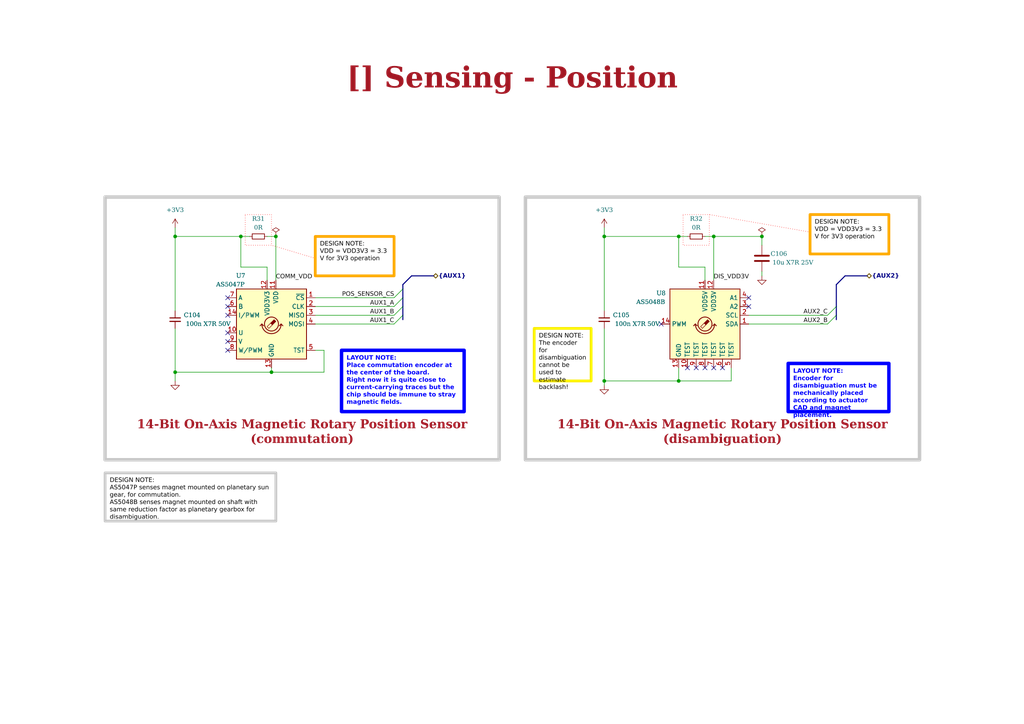
<source format=kicad_sch>
(kicad_sch
	(version 20231120)
	(generator "eeschema")
	(generator_version "8.0")
	(uuid "ea8c4f5e-7a49-4faf-a994-dbc85ed86b0a")
	(paper "A4")
	(title_block
		(title "Sensing - Position")
		(date "2023-10-14")
		(rev "${REVISION}")
		(company "${COMPANY}")
	)
	(lib_symbols
		(symbol "0_sensor:AS5047P"
			(exclude_from_sim no)
			(in_bom yes)
			(on_board yes)
			(property "Reference" "U"
				(at -8.89 11.43 0)
				(effects
					(font
						(size 1.27 1.27)
					)
				)
			)
			(property "Value" "AS5047P"
				(at 5.08 11.43 0)
				(effects
					(font
						(size 1.27 1.27)
					)
				)
			)
			(property "Footprint" "Package_SO:TSSOP-14_4.4x5mm_P0.65mm"
				(at 0 -15.24 0)
				(effects
					(font
						(size 1.27 1.27)
					)
					(hide yes)
				)
			)
			(property "Datasheet" "https://ams.com/documents/20143/36005/AS5047P_DS000324_3-00.pdf"
				(at -19.05 -13.97 0)
				(effects
					(font
						(size 1.27 1.27)
					)
					(hide yes)
				)
			)
			(property "Description" "On-Axis Magnetic Position Sensor, 14-bit, PWM Output, ABI Output, UVW Output, SPI Interface, TSSOP-14"
				(at 0 0 0)
				(effects
					(font
						(size 1.27 1.27)
					)
					(hide yes)
				)
			)
			(property "ki_keywords" "Magnetic Hall Sensor"
				(at 0 0 0)
				(effects
					(font
						(size 1.27 1.27)
					)
					(hide yes)
				)
			)
			(property "ki_fp_filters" "TSSOP*4.4x5mm*P0.65mm*"
				(at 0 0 0)
				(effects
					(font
						(size 1.27 1.27)
					)
					(hide yes)
				)
			)
			(symbol "AS5047P_1_1"
				(rectangle
					(start -10.16 10.16)
					(end 10.16 -10.16)
					(stroke
						(width 0.254)
						(type default)
					)
					(fill
						(type background)
					)
				)
				(arc
					(start -2.794 0)
					(mid 0 -2.7819)
					(end 2.794 0)
					(stroke
						(width 0.254)
						(type default)
					)
					(fill
						(type none)
					)
				)
				(polyline
					(pts
						(xy -2.794 0) (xy -3.302 -0.508)
					)
					(stroke
						(width 0.254)
						(type default)
					)
					(fill
						(type none)
					)
				)
				(polyline
					(pts
						(xy -2.794 0) (xy -2.286 -0.508)
					)
					(stroke
						(width 0.254)
						(type default)
					)
					(fill
						(type none)
					)
				)
				(polyline
					(pts
						(xy 2.794 0) (xy 2.286 -0.508)
					)
					(stroke
						(width 0.254)
						(type default)
					)
					(fill
						(type none)
					)
				)
				(polyline
					(pts
						(xy 2.794 0) (xy 3.302 -0.508)
					)
					(stroke
						(width 0.254)
						(type default)
					)
					(fill
						(type none)
					)
				)
				(polyline
					(pts
						(xy 0.254 0.254) (xy 1.27 -0.762) (xy 0.762 -1.27) (xy -0.254 -0.254)
					)
					(stroke
						(width 0)
						(type default)
					)
					(fill
						(type none)
					)
				)
				(polyline
					(pts
						(xy -0.762 1.27) (xy 0.254 0.254) (xy -0.254 -0.254) (xy -1.27 0.762) (xy -1.016 1.016) (xy -0.762 1.27)
						(xy -0.635 1.143)
					)
					(stroke
						(width 0)
						(type default)
					)
					(fill
						(type outline)
					)
				)
				(circle
					(center 0 0)
					(radius 2.032)
					(stroke
						(width 0.254)
						(type default)
					)
					(fill
						(type none)
					)
				)
				(pin input line
					(at -12.7 7.62 0)
					(length 2.54)
					(name "~{CS}"
						(effects
							(font
								(size 1.27 1.27)
							)
						)
					)
					(number "1"
						(effects
							(font
								(size 1.27 1.27)
							)
						)
					)
				)
				(pin output line
					(at 12.7 -2.54 180)
					(length 2.54)
					(name "U"
						(effects
							(font
								(size 1.27 1.27)
							)
						)
					)
					(number "10"
						(effects
							(font
								(size 1.27 1.27)
							)
						)
					)
				)
				(pin power_in line
					(at -1.27 12.7 270)
					(length 2.54)
					(name "VDD"
						(effects
							(font
								(size 1.27 1.27)
							)
						)
					)
					(number "11"
						(effects
							(font
								(size 1.27 1.27)
							)
						)
					)
				)
				(pin power_out line
					(at 1.27 12.7 270)
					(length 2.54)
					(name "VDD3V3"
						(effects
							(font
								(size 1.27 1.27)
							)
						)
					)
					(number "12"
						(effects
							(font
								(size 1.27 1.27)
							)
						)
					)
				)
				(pin power_in line
					(at 0 -12.7 90)
					(length 2.54)
					(name "GND"
						(effects
							(font
								(size 1.27 1.27)
							)
						)
					)
					(number "13"
						(effects
							(font
								(size 1.27 1.27)
							)
						)
					)
				)
				(pin output line
					(at 12.7 2.54 180)
					(length 2.54)
					(name "I/PWM"
						(effects
							(font
								(size 1.27 1.27)
							)
						)
					)
					(number "14"
						(effects
							(font
								(size 1.27 1.27)
							)
						)
					)
				)
				(pin input line
					(at -12.7 5.08 0)
					(length 2.54)
					(name "CLK"
						(effects
							(font
								(size 1.27 1.27)
							)
						)
					)
					(number "2"
						(effects
							(font
								(size 1.27 1.27)
							)
						)
					)
				)
				(pin output line
					(at -12.7 2.54 0)
					(length 2.54)
					(name "MISO"
						(effects
							(font
								(size 1.27 1.27)
							)
						)
					)
					(number "3"
						(effects
							(font
								(size 1.27 1.27)
							)
						)
					)
				)
				(pin input line
					(at -12.7 0 0)
					(length 2.54)
					(name "MOSI"
						(effects
							(font
								(size 1.27 1.27)
							)
						)
					)
					(number "4"
						(effects
							(font
								(size 1.27 1.27)
							)
						)
					)
				)
				(pin input line
					(at -12.7 -7.62 0)
					(length 2.54)
					(name "TST"
						(effects
							(font
								(size 1.27 1.27)
							)
						)
					)
					(number "5"
						(effects
							(font
								(size 1.27 1.27)
							)
						)
					)
				)
				(pin output line
					(at 12.7 5.08 180)
					(length 2.54)
					(name "B"
						(effects
							(font
								(size 1.27 1.27)
							)
						)
					)
					(number "6"
						(effects
							(font
								(size 1.27 1.27)
							)
						)
					)
				)
				(pin output line
					(at 12.7 7.62 180)
					(length 2.54)
					(name "A"
						(effects
							(font
								(size 1.27 1.27)
							)
						)
					)
					(number "7"
						(effects
							(font
								(size 1.27 1.27)
							)
						)
					)
				)
				(pin output line
					(at 12.7 -7.62 180)
					(length 2.54)
					(name "W/PWM"
						(effects
							(font
								(size 1.27 1.27)
							)
						)
					)
					(number "8"
						(effects
							(font
								(size 1.27 1.27)
							)
						)
					)
				)
				(pin output line
					(at 12.7 -5.08 180)
					(length 2.54)
					(name "V"
						(effects
							(font
								(size 1.27 1.27)
							)
						)
					)
					(number "9"
						(effects
							(font
								(size 1.27 1.27)
							)
						)
					)
				)
			)
		)
		(symbol "Device:C"
			(pin_numbers hide)
			(pin_names
				(offset 0.254)
			)
			(exclude_from_sim no)
			(in_bom yes)
			(on_board yes)
			(property "Reference" "C"
				(at 0.635 2.54 0)
				(effects
					(font
						(size 1.27 1.27)
					)
					(justify left)
				)
			)
			(property "Value" "C"
				(at 0.635 -2.54 0)
				(effects
					(font
						(size 1.27 1.27)
					)
					(justify left)
				)
			)
			(property "Footprint" ""
				(at 0.9652 -3.81 0)
				(effects
					(font
						(size 1.27 1.27)
					)
					(hide yes)
				)
			)
			(property "Datasheet" "~"
				(at 0 0 0)
				(effects
					(font
						(size 1.27 1.27)
					)
					(hide yes)
				)
			)
			(property "Description" "Unpolarized capacitor"
				(at 0 0 0)
				(effects
					(font
						(size 1.27 1.27)
					)
					(hide yes)
				)
			)
			(property "ki_keywords" "cap capacitor"
				(at 0 0 0)
				(effects
					(font
						(size 1.27 1.27)
					)
					(hide yes)
				)
			)
			(property "ki_fp_filters" "C_*"
				(at 0 0 0)
				(effects
					(font
						(size 1.27 1.27)
					)
					(hide yes)
				)
			)
			(symbol "C_0_1"
				(polyline
					(pts
						(xy -2.032 -0.762) (xy 2.032 -0.762)
					)
					(stroke
						(width 0.508)
						(type default)
					)
					(fill
						(type none)
					)
				)
				(polyline
					(pts
						(xy -2.032 0.762) (xy 2.032 0.762)
					)
					(stroke
						(width 0.508)
						(type default)
					)
					(fill
						(type none)
					)
				)
			)
			(symbol "C_1_1"
				(pin passive line
					(at 0 3.81 270)
					(length 2.794)
					(name "~"
						(effects
							(font
								(size 1.27 1.27)
							)
						)
					)
					(number "1"
						(effects
							(font
								(size 1.27 1.27)
							)
						)
					)
				)
				(pin passive line
					(at 0 -3.81 90)
					(length 2.794)
					(name "~"
						(effects
							(font
								(size 1.27 1.27)
							)
						)
					)
					(number "2"
						(effects
							(font
								(size 1.27 1.27)
							)
						)
					)
				)
			)
		)
		(symbol "Device:C_Small"
			(pin_numbers hide)
			(pin_names
				(offset 0.254) hide)
			(exclude_from_sim no)
			(in_bom yes)
			(on_board yes)
			(property "Reference" "C"
				(at 0.254 1.778 0)
				(effects
					(font
						(size 1.27 1.27)
					)
					(justify left)
				)
			)
			(property "Value" "C_Small"
				(at 0.254 -2.032 0)
				(effects
					(font
						(size 1.27 1.27)
					)
					(justify left)
				)
			)
			(property "Footprint" ""
				(at 0 0 0)
				(effects
					(font
						(size 1.27 1.27)
					)
					(hide yes)
				)
			)
			(property "Datasheet" "~"
				(at 0 0 0)
				(effects
					(font
						(size 1.27 1.27)
					)
					(hide yes)
				)
			)
			(property "Description" "Unpolarized capacitor, small symbol"
				(at 0 0 0)
				(effects
					(font
						(size 1.27 1.27)
					)
					(hide yes)
				)
			)
			(property "ki_keywords" "capacitor cap"
				(at 0 0 0)
				(effects
					(font
						(size 1.27 1.27)
					)
					(hide yes)
				)
			)
			(property "ki_fp_filters" "C_*"
				(at 0 0 0)
				(effects
					(font
						(size 1.27 1.27)
					)
					(hide yes)
				)
			)
			(symbol "C_Small_0_1"
				(polyline
					(pts
						(xy -1.524 -0.508) (xy 1.524 -0.508)
					)
					(stroke
						(width 0.3302)
						(type default)
					)
					(fill
						(type none)
					)
				)
				(polyline
					(pts
						(xy -1.524 0.508) (xy 1.524 0.508)
					)
					(stroke
						(width 0.3048)
						(type default)
					)
					(fill
						(type none)
					)
				)
			)
			(symbol "C_Small_1_1"
				(pin passive line
					(at 0 2.54 270)
					(length 2.032)
					(name "~"
						(effects
							(font
								(size 1.27 1.27)
							)
						)
					)
					(number "1"
						(effects
							(font
								(size 1.27 1.27)
							)
						)
					)
				)
				(pin passive line
					(at 0 -2.54 90)
					(length 2.032)
					(name "~"
						(effects
							(font
								(size 1.27 1.27)
							)
						)
					)
					(number "2"
						(effects
							(font
								(size 1.27 1.27)
							)
						)
					)
				)
			)
		)
		(symbol "Device:R_Small"
			(pin_numbers hide)
			(pin_names
				(offset 0.254) hide)
			(exclude_from_sim no)
			(in_bom yes)
			(on_board yes)
			(property "Reference" "R"
				(at 0.762 0.508 0)
				(effects
					(font
						(size 1.27 1.27)
					)
					(justify left)
				)
			)
			(property "Value" "R_Small"
				(at 0.762 -1.016 0)
				(effects
					(font
						(size 1.27 1.27)
					)
					(justify left)
				)
			)
			(property "Footprint" ""
				(at 0 0 0)
				(effects
					(font
						(size 1.27 1.27)
					)
					(hide yes)
				)
			)
			(property "Datasheet" "~"
				(at 0 0 0)
				(effects
					(font
						(size 1.27 1.27)
					)
					(hide yes)
				)
			)
			(property "Description" "Resistor, small symbol"
				(at 0 0 0)
				(effects
					(font
						(size 1.27 1.27)
					)
					(hide yes)
				)
			)
			(property "ki_keywords" "R resistor"
				(at 0 0 0)
				(effects
					(font
						(size 1.27 1.27)
					)
					(hide yes)
				)
			)
			(property "ki_fp_filters" "R_*"
				(at 0 0 0)
				(effects
					(font
						(size 1.27 1.27)
					)
					(hide yes)
				)
			)
			(symbol "R_Small_0_1"
				(rectangle
					(start -0.762 1.778)
					(end 0.762 -1.778)
					(stroke
						(width 0.2032)
						(type default)
					)
					(fill
						(type none)
					)
				)
			)
			(symbol "R_Small_1_1"
				(pin passive line
					(at 0 2.54 270)
					(length 0.762)
					(name "~"
						(effects
							(font
								(size 1.27 1.27)
							)
						)
					)
					(number "1"
						(effects
							(font
								(size 1.27 1.27)
							)
						)
					)
				)
				(pin passive line
					(at 0 -2.54 90)
					(length 0.762)
					(name "~"
						(effects
							(font
								(size 1.27 1.27)
							)
						)
					)
					(number "2"
						(effects
							(font
								(size 1.27 1.27)
							)
						)
					)
				)
			)
		)
		(symbol "Sensor_Magnetic:AS5048B"
			(exclude_from_sim no)
			(in_bom yes)
			(on_board yes)
			(property "Reference" "U"
				(at -10.16 11.43 0)
				(effects
					(font
						(size 1.27 1.27)
					)
					(justify left)
				)
			)
			(property "Value" "AS5048B"
				(at 10.16 11.43 0)
				(effects
					(font
						(size 1.27 1.27)
					)
					(justify right)
				)
			)
			(property "Footprint" "Package_SO:TSSOP-14_4.4x5mm_P0.65mm"
				(at 0 -19.05 0)
				(effects
					(font
						(size 1.27 1.27)
					)
					(hide yes)
				)
			)
			(property "Datasheet" "https://ams.com/documents/20143/36005/AS5048_DS000298_4-00.pdf"
				(at -54.61 40.64 0)
				(effects
					(font
						(size 1.27 1.27)
					)
					(hide yes)
				)
			)
			(property "Description" "Magnetic position sensor, 14-bit, PWM output, I2C Interface, TSSOP-14"
				(at 0 0 0)
				(effects
					(font
						(size 1.27 1.27)
					)
					(hide yes)
				)
			)
			(property "ki_keywords" "sensor magnetic hall position rotation i2c"
				(at 0 0 0)
				(effects
					(font
						(size 1.27 1.27)
					)
					(hide yes)
				)
			)
			(property "ki_fp_filters" "TSSOP*4.4x5mm*P0.65mm*"
				(at 0 0 0)
				(effects
					(font
						(size 1.27 1.27)
					)
					(hide yes)
				)
			)
			(symbol "AS5048B_0_1"
				(rectangle
					(start -10.16 10.16)
					(end 10.16 -10.16)
					(stroke
						(width 0.254)
						(type default)
					)
					(fill
						(type background)
					)
				)
				(arc
					(start -2.794 0)
					(mid 0 -2.7819)
					(end 2.794 0)
					(stroke
						(width 0.254)
						(type default)
					)
					(fill
						(type none)
					)
				)
				(polyline
					(pts
						(xy -2.794 0) (xy -3.302 -0.508)
					)
					(stroke
						(width 0.254)
						(type default)
					)
					(fill
						(type none)
					)
				)
				(polyline
					(pts
						(xy -2.794 0) (xy -2.286 -0.508)
					)
					(stroke
						(width 0.254)
						(type default)
					)
					(fill
						(type none)
					)
				)
				(polyline
					(pts
						(xy 2.794 0) (xy 2.286 -0.508)
					)
					(stroke
						(width 0.254)
						(type default)
					)
					(fill
						(type none)
					)
				)
				(polyline
					(pts
						(xy 2.794 0) (xy 3.302 -0.508)
					)
					(stroke
						(width 0.254)
						(type default)
					)
					(fill
						(type none)
					)
				)
			)
			(symbol "AS5048B_1_1"
				(polyline
					(pts
						(xy 0.254 0.254) (xy 1.27 -0.762) (xy 0.762 -1.27) (xy -0.254 -0.254)
					)
					(stroke
						(width 0)
						(type default)
					)
					(fill
						(type none)
					)
				)
				(polyline
					(pts
						(xy -0.762 1.27) (xy 0.254 0.254) (xy -0.254 -0.254) (xy -1.27 0.762) (xy -1.016 1.016) (xy -0.762 1.27)
						(xy -0.635 1.143)
					)
					(stroke
						(width 0)
						(type default)
					)
					(fill
						(type outline)
					)
				)
				(circle
					(center 0 0)
					(radius 2.032)
					(stroke
						(width 0.254)
						(type default)
					)
					(fill
						(type none)
					)
				)
				(pin bidirectional line
					(at -12.7 0 0)
					(length 2.54)
					(name "SDA"
						(effects
							(font
								(size 1.27 1.27)
							)
						)
					)
					(number "1"
						(effects
							(font
								(size 1.27 1.27)
							)
						)
					)
				)
				(pin passive line
					(at 5.08 -12.7 90)
					(length 2.54)
					(name "TEST"
						(effects
							(font
								(size 1.27 1.27)
							)
						)
					)
					(number "10"
						(effects
							(font
								(size 1.27 1.27)
							)
						)
					)
				)
				(pin power_in line
					(at 0 12.7 270)
					(length 2.54)
					(name "VDD5V"
						(effects
							(font
								(size 1.27 1.27)
							)
						)
					)
					(number "11"
						(effects
							(font
								(size 1.27 1.27)
							)
						)
					)
				)
				(pin power_in line
					(at -2.54 12.7 270)
					(length 2.54)
					(name "VDD3V"
						(effects
							(font
								(size 1.27 1.27)
							)
						)
					)
					(number "12"
						(effects
							(font
								(size 1.27 1.27)
							)
						)
					)
				)
				(pin power_in line
					(at 7.62 -12.7 90)
					(length 2.54)
					(name "GND"
						(effects
							(font
								(size 1.27 1.27)
							)
						)
					)
					(number "13"
						(effects
							(font
								(size 1.27 1.27)
							)
						)
					)
				)
				(pin output line
					(at 12.7 0 180)
					(length 2.54)
					(name "PWM"
						(effects
							(font
								(size 1.27 1.27)
							)
						)
					)
					(number "14"
						(effects
							(font
								(size 1.27 1.27)
							)
						)
					)
				)
				(pin input line
					(at -12.7 2.54 0)
					(length 2.54)
					(name "SCL"
						(effects
							(font
								(size 1.27 1.27)
							)
						)
					)
					(number "2"
						(effects
							(font
								(size 1.27 1.27)
							)
						)
					)
				)
				(pin input line
					(at -12.7 5.08 0)
					(length 2.54)
					(name "A2"
						(effects
							(font
								(size 1.27 1.27)
							)
						)
					)
					(number "3"
						(effects
							(font
								(size 1.27 1.27)
							)
						)
					)
				)
				(pin input line
					(at -12.7 7.62 0)
					(length 2.54)
					(name "A1"
						(effects
							(font
								(size 1.27 1.27)
							)
						)
					)
					(number "4"
						(effects
							(font
								(size 1.27 1.27)
							)
						)
					)
				)
				(pin passive line
					(at -7.62 -12.7 90)
					(length 2.54)
					(name "TEST"
						(effects
							(font
								(size 1.27 1.27)
							)
						)
					)
					(number "5"
						(effects
							(font
								(size 1.27 1.27)
							)
						)
					)
				)
				(pin passive line
					(at -5.08 -12.7 90)
					(length 2.54)
					(name "TEST"
						(effects
							(font
								(size 1.27 1.27)
							)
						)
					)
					(number "6"
						(effects
							(font
								(size 1.27 1.27)
							)
						)
					)
				)
				(pin passive line
					(at -2.54 -12.7 90)
					(length 2.54)
					(name "TEST"
						(effects
							(font
								(size 1.27 1.27)
							)
						)
					)
					(number "7"
						(effects
							(font
								(size 1.27 1.27)
							)
						)
					)
				)
				(pin passive line
					(at 0 -12.7 90)
					(length 2.54)
					(name "TEST"
						(effects
							(font
								(size 1.27 1.27)
							)
						)
					)
					(number "8"
						(effects
							(font
								(size 1.27 1.27)
							)
						)
					)
				)
				(pin passive line
					(at 2.54 -12.7 90)
					(length 2.54)
					(name "TEST"
						(effects
							(font
								(size 1.27 1.27)
							)
						)
					)
					(number "9"
						(effects
							(font
								(size 1.27 1.27)
							)
						)
					)
				)
			)
		)
		(symbol "power:+3V3"
			(power)
			(pin_names
				(offset 0)
			)
			(exclude_from_sim no)
			(in_bom yes)
			(on_board yes)
			(property "Reference" "#PWR"
				(at 0 -3.81 0)
				(effects
					(font
						(size 1.27 1.27)
					)
					(hide yes)
				)
			)
			(property "Value" "+3V3"
				(at 0 3.556 0)
				(effects
					(font
						(size 1.27 1.27)
					)
				)
			)
			(property "Footprint" ""
				(at 0 0 0)
				(effects
					(font
						(size 1.27 1.27)
					)
					(hide yes)
				)
			)
			(property "Datasheet" ""
				(at 0 0 0)
				(effects
					(font
						(size 1.27 1.27)
					)
					(hide yes)
				)
			)
			(property "Description" "Power symbol creates a global label with name \"+3V3\""
				(at 0 0 0)
				(effects
					(font
						(size 1.27 1.27)
					)
					(hide yes)
				)
			)
			(property "ki_keywords" "global power"
				(at 0 0 0)
				(effects
					(font
						(size 1.27 1.27)
					)
					(hide yes)
				)
			)
			(symbol "+3V3_0_1"
				(polyline
					(pts
						(xy -0.762 1.27) (xy 0 2.54)
					)
					(stroke
						(width 0)
						(type default)
					)
					(fill
						(type none)
					)
				)
				(polyline
					(pts
						(xy 0 0) (xy 0 2.54)
					)
					(stroke
						(width 0)
						(type default)
					)
					(fill
						(type none)
					)
				)
				(polyline
					(pts
						(xy 0 2.54) (xy 0.762 1.27)
					)
					(stroke
						(width 0)
						(type default)
					)
					(fill
						(type none)
					)
				)
			)
			(symbol "+3V3_1_1"
				(pin power_in line
					(at 0 0 90)
					(length 0) hide
					(name "+3V3"
						(effects
							(font
								(size 1.27 1.27)
							)
						)
					)
					(number "1"
						(effects
							(font
								(size 1.27 1.27)
							)
						)
					)
				)
			)
		)
		(symbol "power:GND"
			(power)
			(pin_names
				(offset 0)
			)
			(exclude_from_sim no)
			(in_bom yes)
			(on_board yes)
			(property "Reference" "#PWR"
				(at 0 -6.35 0)
				(effects
					(font
						(size 1.27 1.27)
					)
					(hide yes)
				)
			)
			(property "Value" "GND"
				(at 0 -3.81 0)
				(effects
					(font
						(size 1.27 1.27)
					)
				)
			)
			(property "Footprint" ""
				(at 0 0 0)
				(effects
					(font
						(size 1.27 1.27)
					)
					(hide yes)
				)
			)
			(property "Datasheet" ""
				(at 0 0 0)
				(effects
					(font
						(size 1.27 1.27)
					)
					(hide yes)
				)
			)
			(property "Description" "Power symbol creates a global label with name \"GND\" , ground"
				(at 0 0 0)
				(effects
					(font
						(size 1.27 1.27)
					)
					(hide yes)
				)
			)
			(property "ki_keywords" "global power"
				(at 0 0 0)
				(effects
					(font
						(size 1.27 1.27)
					)
					(hide yes)
				)
			)
			(symbol "GND_0_1"
				(polyline
					(pts
						(xy 0 0) (xy 0 -1.27) (xy 1.27 -1.27) (xy 0 -2.54) (xy -1.27 -1.27) (xy 0 -1.27)
					)
					(stroke
						(width 0)
						(type default)
					)
					(fill
						(type none)
					)
				)
			)
			(symbol "GND_1_1"
				(pin power_in line
					(at 0 0 270)
					(length 0) hide
					(name "GND"
						(effects
							(font
								(size 1.27 1.27)
							)
						)
					)
					(number "1"
						(effects
							(font
								(size 1.27 1.27)
							)
						)
					)
				)
			)
		)
		(symbol "power:PWR_FLAG"
			(power)
			(pin_numbers hide)
			(pin_names
				(offset 0) hide)
			(exclude_from_sim no)
			(in_bom yes)
			(on_board yes)
			(property "Reference" "#FLG"
				(at 0 1.905 0)
				(effects
					(font
						(size 1.27 1.27)
					)
					(hide yes)
				)
			)
			(property "Value" "PWR_FLAG"
				(at 0 3.81 0)
				(effects
					(font
						(size 1.27 1.27)
					)
				)
			)
			(property "Footprint" ""
				(at 0 0 0)
				(effects
					(font
						(size 1.27 1.27)
					)
					(hide yes)
				)
			)
			(property "Datasheet" "~"
				(at 0 0 0)
				(effects
					(font
						(size 1.27 1.27)
					)
					(hide yes)
				)
			)
			(property "Description" "Special symbol for telling ERC where power comes from"
				(at 0 0 0)
				(effects
					(font
						(size 1.27 1.27)
					)
					(hide yes)
				)
			)
			(property "ki_keywords" "flag power"
				(at 0 0 0)
				(effects
					(font
						(size 1.27 1.27)
					)
					(hide yes)
				)
			)
			(symbol "PWR_FLAG_0_0"
				(pin power_out line
					(at 0 0 90)
					(length 0)
					(name "pwr"
						(effects
							(font
								(size 1.27 1.27)
							)
						)
					)
					(number "1"
						(effects
							(font
								(size 1.27 1.27)
							)
						)
					)
				)
			)
			(symbol "PWR_FLAG_0_1"
				(polyline
					(pts
						(xy 0 0) (xy 0 1.27) (xy -1.016 1.905) (xy 0 2.54) (xy 1.016 1.905) (xy 0 1.27)
					)
					(stroke
						(width 0)
						(type default)
					)
					(fill
						(type none)
					)
				)
			)
		)
	)
	(junction
		(at 207.01 68.58)
		(diameter 0)
		(color 0 0 0 0)
		(uuid "22a58161-2fb6-47bd-a056-3b334e5c040c")
	)
	(junction
		(at 175.26 110.49)
		(diameter 0)
		(color 0 0 0 0)
		(uuid "2562e47b-c7b2-49df-ba9a-148fc45cf563")
	)
	(junction
		(at 175.26 68.58)
		(diameter 0)
		(color 0 0 0 0)
		(uuid "3de043e9-08c5-49dd-9420-41a8edc633c4")
	)
	(junction
		(at 69.85 68.58)
		(diameter 0)
		(color 0 0 0 0)
		(uuid "53c7df0a-30fa-4783-882d-c90c650936fc")
	)
	(junction
		(at 196.85 110.49)
		(diameter 0)
		(color 0 0 0 0)
		(uuid "64d4ae72-83cb-45f2-8710-1fe8bfee4125")
	)
	(junction
		(at 50.8 107.95)
		(diameter 0)
		(color 0 0 0 0)
		(uuid "67246fe7-102e-45e5-8d14-97975c8c8851")
	)
	(junction
		(at 220.98 68.58)
		(diameter 0)
		(color 0 0 0 0)
		(uuid "7a54d2ba-dafd-4020-861e-0a4e13bd10c4")
	)
	(junction
		(at 196.85 68.58)
		(diameter 0)
		(color 0 0 0 0)
		(uuid "c11d9c50-a1d0-45d4-8e5f-e946ad7e5f6c")
	)
	(junction
		(at 80.01 68.58)
		(diameter 0)
		(color 0 0 0 0)
		(uuid "d5029909-95d9-4761-85cd-66f25e458c7a")
	)
	(junction
		(at 50.8 68.58)
		(diameter 0)
		(color 0 0 0 0)
		(uuid "d7f2f960-89f6-4a15-90b1-38a82cd5fee5")
	)
	(junction
		(at 78.74 107.95)
		(diameter 0)
		(color 0 0 0 0)
		(uuid "f013f4aa-1a31-4a78-80f8-42bac8a234ab")
	)
	(no_connect
		(at 66.04 101.6)
		(uuid "151c9493-4ea4-40e5-9b09-493b6953c07d")
	)
	(no_connect
		(at 66.04 86.36)
		(uuid "26d0710c-2b4f-40a0-93f6-8524711d9c6c")
	)
	(no_connect
		(at 199.39 106.68)
		(uuid "41c5511b-4f45-4dcb-95f4-c27763d2d14f")
	)
	(no_connect
		(at 204.47 106.68)
		(uuid "46e9c732-ed03-4792-9820-e21bc713e541")
	)
	(no_connect
		(at 201.93 106.68)
		(uuid "4c6cb52a-7ff2-4837-bf09-384dcad405cb")
	)
	(no_connect
		(at 66.04 96.52)
		(uuid "6ee07eab-7c29-4fb2-ab0d-89b73b76fe89")
	)
	(no_connect
		(at 209.55 106.68)
		(uuid "6efadc83-f19a-4e57-97ff-a8082f58c0a8")
	)
	(no_connect
		(at 217.17 86.36)
		(uuid "70b5d516-8a10-4c9f-9b66-e26732bca294")
	)
	(no_connect
		(at 191.77 93.98)
		(uuid "77e23aea-bae8-4087-ae33-45c06f690cbf")
	)
	(no_connect
		(at 207.01 106.68)
		(uuid "7e1d4be7-110b-4d6a-9843-8d9e0d824f50")
	)
	(no_connect
		(at 66.04 99.06)
		(uuid "83861d9a-375d-4523-a7b0-92ac76985437")
	)
	(no_connect
		(at 217.17 88.9)
		(uuid "8dd908c6-a8a0-4c85-a9ff-f78dd574f342")
	)
	(no_connect
		(at 66.04 88.9)
		(uuid "c7bb6f8f-4f31-4d26-968e-5e7b08cde49f")
	)
	(no_connect
		(at 66.04 91.44)
		(uuid "e1f314ae-42d0-4e5f-8235-c7c51b94326a")
	)
	(bus_entry
		(at 114.3 91.44)
		(size 2.54 -2.54)
		(stroke
			(width 0)
			(type default)
		)
		(uuid "28714fde-1893-4076-83ff-d7c89866ac7c")
	)
	(bus_entry
		(at 114.3 86.36)
		(size 2.54 -2.54)
		(stroke
			(width 0)
			(type default)
		)
		(uuid "5bd69021-24ea-4482-955b-87895a4f4373")
	)
	(bus_entry
		(at 240.03 91.44)
		(size 2.54 -2.54)
		(stroke
			(width 0)
			(type default)
		)
		(uuid "64ab7840-9ac5-4e20-b1dc-6a6412d844f0")
	)
	(bus_entry
		(at 240.03 93.98)
		(size 2.54 -2.54)
		(stroke
			(width 0)
			(type default)
		)
		(uuid "79d90b39-7107-4825-ae8f-6534e74a797e")
	)
	(bus_entry
		(at 114.3 93.98)
		(size 2.54 -2.54)
		(stroke
			(width 0)
			(type default)
		)
		(uuid "e7346db8-a70e-406e-9436-3fe2f841df7f")
	)
	(bus_entry
		(at 114.3 88.9)
		(size 2.54 -2.54)
		(stroke
			(width 0)
			(type default)
		)
		(uuid "f950229a-07bc-4328-8f58-0936e4131d3a")
	)
	(wire
		(pts
			(xy 196.85 77.47) (xy 204.47 77.47)
		)
		(stroke
			(width 0)
			(type default)
		)
		(uuid "01ee5056-3053-4bc6-b986-83f392134d3d")
	)
	(wire
		(pts
			(xy 69.85 68.58) (xy 72.39 68.58)
		)
		(stroke
			(width 0)
			(type default)
		)
		(uuid "03ca7d4f-85ef-42a7-a06e-d56e8a8d93de")
	)
	(wire
		(pts
			(xy 91.44 86.36) (xy 114.3 86.36)
		)
		(stroke
			(width 0)
			(type default)
		)
		(uuid "06168acc-8acd-4542-8704-d556c613210c")
	)
	(wire
		(pts
			(xy 220.98 68.58) (xy 207.01 68.58)
		)
		(stroke
			(width 0)
			(type default)
		)
		(uuid "0ed963c1-fd24-4623-90a3-629df74e734c")
	)
	(wire
		(pts
			(xy 220.98 80.01) (xy 220.98 78.74)
		)
		(stroke
			(width 0)
			(type default)
		)
		(uuid "1082149d-c511-4b42-856b-3cf1b23c9695")
	)
	(bus
		(pts
			(xy 116.84 83.82) (xy 116.84 86.36)
		)
		(stroke
			(width 0)
			(type default)
		)
		(uuid "123934c2-3140-40e1-933b-603256f2dd75")
	)
	(wire
		(pts
			(xy 204.47 68.58) (xy 207.01 68.58)
		)
		(stroke
			(width 0)
			(type default)
		)
		(uuid "16333cb3-1025-4307-8e5a-4eb8d7d916d9")
	)
	(wire
		(pts
			(xy 196.85 110.49) (xy 212.09 110.49)
		)
		(stroke
			(width 0)
			(type default)
		)
		(uuid "16bb6d40-7021-4267-b191-be82995d3a26")
	)
	(wire
		(pts
			(xy 207.01 68.58) (xy 207.01 81.28)
		)
		(stroke
			(width 0)
			(type default)
		)
		(uuid "1aa5dec7-9ba5-4d15-bfd8-0b2fb0d95e0c")
	)
	(bus
		(pts
			(xy 245.11 80.01) (xy 242.57 82.55)
		)
		(stroke
			(width 0)
			(type default)
		)
		(uuid "1b2b99de-3e85-4bc2-8339-3b447156d30f")
	)
	(bus
		(pts
			(xy 119.38 80.01) (xy 125.73 80.01)
		)
		(stroke
			(width 0)
			(type default)
		)
		(uuid "1cff0f77-8514-4e50-bf3c-dcb276395ce9")
	)
	(wire
		(pts
			(xy 196.85 68.58) (xy 199.39 68.58)
		)
		(stroke
			(width 0)
			(type default)
		)
		(uuid "242dd38b-1704-478e-aec9-387f9b0ce8d0")
	)
	(wire
		(pts
			(xy 91.44 88.9) (xy 114.3 88.9)
		)
		(stroke
			(width 0)
			(type default)
		)
		(uuid "2acbc846-1c7a-4c7c-842c-f54da5eb1103")
	)
	(wire
		(pts
			(xy 50.8 107.95) (xy 50.8 95.25)
		)
		(stroke
			(width 0)
			(type default)
		)
		(uuid "2b5da4f3-fe07-45d2-af0d-35ad68d164b8")
	)
	(bus
		(pts
			(xy 119.38 80.01) (xy 116.84 82.55)
		)
		(stroke
			(width 0)
			(type default)
		)
		(uuid "2cab49ed-bc65-46dd-a1cf-1dff51243fbf")
	)
	(wire
		(pts
			(xy 93.98 107.95) (xy 93.98 101.6)
		)
		(stroke
			(width 0)
			(type default)
		)
		(uuid "311560f9-0cb4-4550-976d-bf861eac16db")
	)
	(wire
		(pts
			(xy 175.26 95.25) (xy 175.26 110.49)
		)
		(stroke
			(width 0)
			(type default)
		)
		(uuid "3429e464-86a1-4c03-9ad3-1794bc6519af")
	)
	(wire
		(pts
			(xy 91.44 91.44) (xy 114.3 91.44)
		)
		(stroke
			(width 0)
			(type default)
		)
		(uuid "368ed530-4f15-4ce0-8609-9309703996bc")
	)
	(bus
		(pts
			(xy 116.84 82.55) (xy 116.84 83.82)
		)
		(stroke
			(width 0)
			(type default)
		)
		(uuid "3715bf36-b058-46d8-8785-fc9df5e1c856")
	)
	(wire
		(pts
			(xy 212.09 110.49) (xy 212.09 106.68)
		)
		(stroke
			(width 0)
			(type default)
		)
		(uuid "441a2853-0a7a-4a65-829f-2811470575cb")
	)
	(wire
		(pts
			(xy 175.26 110.49) (xy 175.26 111.76)
		)
		(stroke
			(width 0)
			(type default)
		)
		(uuid "631f4215-530d-4e34-a193-5e698aad062e")
	)
	(bus
		(pts
			(xy 245.11 80.01) (xy 251.46 80.01)
		)
		(stroke
			(width 0)
			(type default)
		)
		(uuid "686510a3-70cd-4928-bd6a-9648cfeeb793")
	)
	(wire
		(pts
			(xy 69.85 77.47) (xy 77.47 77.47)
		)
		(stroke
			(width 0)
			(type default)
		)
		(uuid "686cbae4-ef0d-40e0-b36d-190457f28f51")
	)
	(bus
		(pts
			(xy 242.57 82.55) (xy 242.57 88.9)
		)
		(stroke
			(width 0)
			(type default)
		)
		(uuid "6f10dc13-5c35-4b78-a87f-74f1a99b2a18")
	)
	(bus
		(pts
			(xy 116.84 86.36) (xy 116.84 88.9)
		)
		(stroke
			(width 0)
			(type default)
		)
		(uuid "70e6bb38-38ec-4d8b-b5bf-f72768aaf8b9")
	)
	(wire
		(pts
			(xy 217.17 93.98) (xy 240.03 93.98)
		)
		(stroke
			(width 0)
			(type default)
		)
		(uuid "7132fccd-ef26-4238-9188-0d8cf50292ce")
	)
	(wire
		(pts
			(xy 217.17 91.44) (xy 240.03 91.44)
		)
		(stroke
			(width 0)
			(type default)
		)
		(uuid "71596beb-d52a-4bf7-814b-6b63acdf5a26")
	)
	(wire
		(pts
			(xy 77.47 68.58) (xy 80.01 68.58)
		)
		(stroke
			(width 0)
			(type default)
		)
		(uuid "7675bd8c-5142-4fdc-aa30-d516a6e190e9")
	)
	(wire
		(pts
			(xy 50.8 68.58) (xy 50.8 90.17)
		)
		(stroke
			(width 0)
			(type default)
		)
		(uuid "78bfe651-0982-4394-b8f0-bfb9c7a73820")
	)
	(bus
		(pts
			(xy 116.84 88.9) (xy 116.84 91.44)
		)
		(stroke
			(width 0)
			(type default)
		)
		(uuid "8b0946b6-37a1-4b4a-888a-70c29cfd3aee")
	)
	(polyline
		(pts
			(xy 234.95 67.31) (xy 205.74 62.23)
		)
		(stroke
			(width 0)
			(type dot)
			(color 255 0 0 1)
		)
		(uuid "8e5d955f-bfbe-4eab-b94f-ddd48f8a1fe8")
	)
	(wire
		(pts
			(xy 50.8 107.95) (xy 50.8 110.49)
		)
		(stroke
			(width 0)
			(type default)
		)
		(uuid "902e5c1e-39b3-4850-b895-95a81ea5380e")
	)
	(wire
		(pts
			(xy 175.26 110.49) (xy 196.85 110.49)
		)
		(stroke
			(width 0)
			(type default)
		)
		(uuid "90a71c4a-b809-492f-9d98-2abda88965cb")
	)
	(wire
		(pts
			(xy 69.85 68.58) (xy 69.85 77.47)
		)
		(stroke
			(width 0)
			(type default)
		)
		(uuid "92a4508f-6ed5-468d-9881-e73823462eb2")
	)
	(wire
		(pts
			(xy 196.85 110.49) (xy 196.85 106.68)
		)
		(stroke
			(width 0)
			(type default)
		)
		(uuid "b488d411-ae17-405b-b0ad-9becf2b8f0ce")
	)
	(wire
		(pts
			(xy 50.8 66.04) (xy 50.8 68.58)
		)
		(stroke
			(width 0)
			(type default)
		)
		(uuid "b7f89f94-7e9f-4faf-b770-f3e17e89b4c2")
	)
	(wire
		(pts
			(xy 175.26 66.04) (xy 175.26 68.58)
		)
		(stroke
			(width 0)
			(type default)
		)
		(uuid "c08801c6-aeaf-4f32-97b1-8033add69c3d")
	)
	(bus
		(pts
			(xy 116.84 91.44) (xy 116.84 92.71)
		)
		(stroke
			(width 0)
			(type default)
		)
		(uuid "c1071334-7e7b-4cbf-9327-05185ed8491b")
	)
	(bus
		(pts
			(xy 242.57 91.44) (xy 242.57 92.71)
		)
		(stroke
			(width 0)
			(type default)
		)
		(uuid "c218a98c-f261-4528-99a3-8b640078eafe")
	)
	(wire
		(pts
			(xy 78.74 107.95) (xy 78.74 106.68)
		)
		(stroke
			(width 0)
			(type default)
		)
		(uuid "c292c6df-7709-4318-93ee-3a8a999d4bfc")
	)
	(bus
		(pts
			(xy 242.57 88.9) (xy 242.57 91.44)
		)
		(stroke
			(width 0)
			(type default)
		)
		(uuid "c7545a95-f064-4c0e-af69-f772af213716")
	)
	(wire
		(pts
			(xy 50.8 107.95) (xy 78.74 107.95)
		)
		(stroke
			(width 0)
			(type default)
		)
		(uuid "ca6ec890-9f95-486b-b622-53d6c0a62bc2")
	)
	(wire
		(pts
			(xy 91.44 93.98) (xy 114.3 93.98)
		)
		(stroke
			(width 0)
			(type default)
		)
		(uuid "df670f55-df6c-4302-81c4-d462c9d94a9a")
	)
	(wire
		(pts
			(xy 50.8 68.58) (xy 69.85 68.58)
		)
		(stroke
			(width 0)
			(type default)
		)
		(uuid "e454a9b5-5174-4a47-98b0-232ab40dd186")
	)
	(wire
		(pts
			(xy 77.47 77.47) (xy 77.47 81.28)
		)
		(stroke
			(width 0)
			(type default)
		)
		(uuid "e4e62936-cd3c-4dc2-bb57-5e66307e66dd")
	)
	(wire
		(pts
			(xy 175.26 68.58) (xy 196.85 68.58)
		)
		(stroke
			(width 0)
			(type default)
		)
		(uuid "e58e0f53-6554-401d-bcea-14a77ff88dc3")
	)
	(wire
		(pts
			(xy 220.98 71.12) (xy 220.98 68.58)
		)
		(stroke
			(width 0)
			(type default)
		)
		(uuid "e5ef907c-5b5e-4333-aa09-cfb44c8c4064")
	)
	(wire
		(pts
			(xy 175.26 68.58) (xy 175.26 90.17)
		)
		(stroke
			(width 0)
			(type default)
		)
		(uuid "e8b775cb-c39c-477a-b4c2-d80d1541fe6b")
	)
	(wire
		(pts
			(xy 196.85 68.58) (xy 196.85 77.47)
		)
		(stroke
			(width 0)
			(type default)
		)
		(uuid "e92120a2-2e0e-4264-970f-7229ea1df310")
	)
	(wire
		(pts
			(xy 204.47 77.47) (xy 204.47 81.28)
		)
		(stroke
			(width 0)
			(type default)
		)
		(uuid "e9690042-8e4b-4bff-ae5d-fd9c9d890eb7")
	)
	(wire
		(pts
			(xy 78.74 107.95) (xy 93.98 107.95)
		)
		(stroke
			(width 0)
			(type default)
		)
		(uuid "eb2d004b-6673-4247-9068-9a4d2864925e")
	)
	(polyline
		(pts
			(xy 91.44 74.93) (xy 78.74 71.12)
		)
		(stroke
			(width 0)
			(type dot)
			(color 255 0 0 1)
		)
		(uuid "ec8e0cf7-e8b7-4354-83a7-53b7ae9cc904")
	)
	(wire
		(pts
			(xy 80.01 68.58) (xy 80.01 81.28)
		)
		(stroke
			(width 0)
			(type default)
		)
		(uuid "eebade05-2311-41c0-88fa-c1fbd6b930e3")
	)
	(wire
		(pts
			(xy 93.98 101.6) (xy 91.44 101.6)
		)
		(stroke
			(width 0)
			(type default)
		)
		(uuid "f4d9ee63-45ed-4d04-a9f3-733caa3152c1")
	)
	(rectangle
		(start 152.4 57.15)
		(end 266.7 133.35)
		(stroke
			(width 1)
			(type default)
			(color 200 200 200 1)
		)
		(fill
			(type none)
		)
		(uuid 0f6f3483-8f48-4c5b-a3c3-d492cb8e261a)
	)
	(rectangle
		(start 30.48 57.15)
		(end 144.78 133.35)
		(stroke
			(width 1)
			(type default)
			(color 200 200 200 1)
		)
		(fill
			(type none)
		)
		(uuid 25468a39-694f-4afd-838d-deff3c266863)
	)
	(rectangle
		(start 71.12 62.23)
		(end 78.74 71.12)
		(stroke
			(width 0)
			(type dot)
			(color 255 0 0 1)
		)
		(fill
			(type none)
		)
		(uuid 2c0f6b9c-98b1-465c-9f90-d4cbde192318)
	)
	(rectangle
		(start 198.12 62.23)
		(end 205.74 71.12)
		(stroke
			(width 0)
			(type dot)
			(color 255 0 0 1)
		)
		(fill
			(type none)
		)
		(uuid 6a479b66-4632-492b-a06a-2604abc027e6)
	)
	(text_box "DESIGN NOTE:\nVDD = VDD3V3 = 3.3 V for 3V3 operation"
		(exclude_from_sim no)
		(at 234.95 62.23 0)
		(size 22.86 11.43)
		(stroke
			(width 0.8)
			(type solid)
			(color 255 165 0 1)
		)
		(fill
			(type none)
		)
		(effects
			(font
				(face "Arial")
				(size 1.27 1.27)
				(color 0 0 0 1)
			)
			(justify left top)
		)
		(uuid "240703e9-4e26-4647-86da-cbf7ec9e4522")
	)
	(text_box "DESIGN NOTE:\nThe encoder for disambiguation cannot be used to estimate backlash!"
		(exclude_from_sim no)
		(at 154.94 95.25 0)
		(size 16.51 15.24)
		(stroke
			(width 0.8)
			(type solid)
			(color 250 236 0 1)
		)
		(fill
			(type none)
		)
		(effects
			(font
				(face "Arial")
				(size 1.27 1.27)
				(color 0 0 0 1)
			)
			(justify left top)
		)
		(uuid "50f86a90-7af0-4b3c-b24d-b79a8c917e8a")
	)
	(text_box "14-Bit On-Axis Magnetic Rotary Position Sensor (disambiguation)"
		(exclude_from_sim no)
		(at 153.67 121.92 0)
		(size 111.76 8.89)
		(stroke
			(width -0.0001)
			(type default)
		)
		(fill
			(type none)
		)
		(effects
			(font
				(face "Times New Roman")
				(size 2.54 2.54)
				(thickness 0.508)
				(bold yes)
				(color 162 22 34 1)
			)
			(justify bottom)
		)
		(uuid "52c9493a-7325-4ded-89d3-a1d4839283ac")
	)
	(text_box "[${#}] ${TITLE}"
		(exclude_from_sim no)
		(at 80.01 16.51 0)
		(size 137.16 12.7)
		(stroke
			(width -0.0001)
			(type default)
		)
		(fill
			(type none)
		)
		(effects
			(font
				(face "Times New Roman")
				(size 6 6)
				(thickness 1.2)
				(bold yes)
				(color 162 22 34 1)
			)
		)
		(uuid "5f511d41-855c-45e4-97c1-f98489adeb1f")
	)
	(text_box "DESIGN NOTE:\nVDD = VDD3V3 = 3.3 V for 3V3 operation"
		(exclude_from_sim no)
		(at 91.44 68.58 0)
		(size 22.86 11.43)
		(stroke
			(width 0.8)
			(type solid)
			(color 255 165 0 1)
		)
		(fill
			(type none)
		)
		(effects
			(font
				(face "Arial")
				(size 1.27 1.27)
				(color 0 0 0 1)
			)
			(justify left top)
		)
		(uuid "766fdca9-31be-48d6-95d6-1af98650fe63")
	)
	(text_box "LAYOUT NOTE:\nPlace commutation encoder at the center of the board. \nRight now it is quite close to current-carrying traces but the chip should be immune to stray magnetic fields."
		(exclude_from_sim no)
		(at 99.06 101.6 0)
		(size 35.56 17.78)
		(stroke
			(width 1)
			(type solid)
			(color 0 0 255 1)
		)
		(fill
			(type none)
		)
		(effects
			(font
				(face "Arial")
				(size 1.27 1.27)
				(thickness 0.4)
				(bold yes)
				(color 0 0 255 1)
			)
			(justify left top)
		)
		(uuid "782b7052-f0af-4edb-adf3-32d97486b168")
	)
	(text_box "DESIGN NOTE:\nAS5047P senses magnet mounted on planetary sun gear, for commutation.\nAS5048B senses magnet mounted on shaft with same reduction factor as planetary gearbox for disambiguation."
		(exclude_from_sim no)
		(at 30.48 137.16 0)
		(size 49.53 13.97)
		(stroke
			(width 0.8)
			(type solid)
			(color 200 200 200 1)
		)
		(fill
			(type none)
		)
		(effects
			(font
				(face "Arial")
				(size 1.27 1.27)
				(color 0 0 0 1)
			)
			(justify left top)
		)
		(uuid "7e93b180-b4f0-4611-9d56-48728b9dc0a8")
	)
	(text_box "14-Bit On-Axis Magnetic Rotary Position Sensor (commutation)"
		(exclude_from_sim no)
		(at 31.75 120.65 0)
		(size 111.76 10.16)
		(stroke
			(width -0.0001)
			(type default)
		)
		(fill
			(type none)
		)
		(effects
			(font
				(face "Times New Roman")
				(size 2.54 2.54)
				(thickness 0.508)
				(bold yes)
				(color 162 22 34 1)
			)
			(justify bottom)
		)
		(uuid "8a654888-88a0-48ea-912b-e3d473cbbac0")
	)
	(text_box "LAYOUT NOTE:\nEncoder for disambiguation must be mechanically placed according to actuator CAD and magnet placement. "
		(exclude_from_sim no)
		(at 228.6 105.41 0)
		(size 29.21 13.97)
		(stroke
			(width 1)
			(type solid)
			(color 0 0 255 1)
		)
		(fill
			(type none)
		)
		(effects
			(font
				(face "Arial")
				(size 1.27 1.27)
				(thickness 0.4)
				(bold yes)
				(color 0 0 255 1)
			)
			(justify left top)
		)
		(uuid "8f76d795-6e37-46b5-ae8c-44b7a8ad27cd")
	)
	(label "AUX2_C"
		(at 240.03 91.44 180)
		(fields_autoplaced yes)
		(effects
			(font
				(face "Arial")
				(size 1.27 1.27)
			)
			(justify right bottom)
		)
		(uuid "2127e348-012c-4272-90ee-1e6ef0eb07ed")
	)
	(label "AUX1_C"
		(at 114.3 93.98 180)
		(fields_autoplaced yes)
		(effects
			(font
				(face "Arial")
				(size 1.27 1.27)
			)
			(justify right bottom)
		)
		(uuid "284692d3-39b8-4a8a-98e1-14fd46fd8d05")
	)
	(label "AUX2_B"
		(at 240.03 93.98 180)
		(fields_autoplaced yes)
		(effects
			(font
				(face "Arial")
				(size 1.27 1.27)
			)
			(justify right bottom)
		)
		(uuid "2d8a40ce-e9ec-4ea3-ae0f-6232e60bacae")
	)
	(label "AUX1_A"
		(at 114.3 88.9 180)
		(fields_autoplaced yes)
		(effects
			(font
				(face "Arial")
				(size 1.27 1.27)
			)
			(justify right bottom)
		)
		(uuid "3ce31444-1161-471f-ab74-8d3da602eea1")
	)
	(label "POS_SENSOR_CS"
		(at 114.3 86.36 180)
		(fields_autoplaced yes)
		(effects
			(font
				(face "Arial")
				(size 1.27 1.27)
			)
			(justify right bottom)
		)
		(uuid "3ef86f02-955b-4b89-bfe3-8bedf1f1e339")
	)
	(label "COMM_VDD"
		(at 80.01 81.28 0)
		(fields_autoplaced yes)
		(effects
			(font
				(face "Arial")
				(size 1.27 1.27)
			)
			(justify left bottom)
		)
		(uuid "4029d031-b97e-4eb5-9bc8-1e379f091563")
	)
	(label "AUX1_B"
		(at 114.3 91.44 180)
		(fields_autoplaced yes)
		(effects
			(font
				(face "Arial")
				(size 1.27 1.27)
			)
			(justify right bottom)
		)
		(uuid "86f244a0-adfd-4444-9e51-f22159e07a68")
	)
	(label "DIS_VDD3V"
		(at 207.01 81.28 0)
		(fields_autoplaced yes)
		(effects
			(font
				(face "Arial")
				(size 1.27 1.27)
			)
			(justify left bottom)
		)
		(uuid "e1b6b65a-3574-450d-b28b-ac33348a6df0")
	)
	(hierarchical_label "{AUX1}"
		(shape bidirectional)
		(at 125.73 80.01 0)
		(fields_autoplaced yes)
		(effects
			(font
				(face "Arial")
				(size 1.27 1.27)
				(bold yes)
			)
			(justify left)
		)
		(uuid "2d302aa3-f4a3-4c75-bd6b-39cf6ac6424b")
	)
	(hierarchical_label "{AUX2}"
		(shape bidirectional)
		(at 251.46 80.01 0)
		(fields_autoplaced yes)
		(effects
			(font
				(face "Arial")
				(size 1.27 1.27)
				(bold yes)
			)
			(justify left)
		)
		(uuid "5230dbdc-498c-4463-914c-868e1d92ece5")
	)
	(symbol
		(lib_id "Device:C_Small")
		(at 50.8 92.71 0)
		(unit 1)
		(exclude_from_sim no)
		(in_bom yes)
		(on_board yes)
		(dnp no)
		(fields_autoplaced yes)
		(uuid "02c3c749-bc09-453b-9f8a-cdb55b779923")
		(property "Reference" "C104"
			(at 53.34 91.4463 0)
			(effects
				(font
					(face "Times New Roman")
					(size 1.27 1.27)
				)
				(justify left)
			)
		)
		(property "Value" "100n X7R 50V"
			(at 53.34 93.9863 0)
			(effects
				(font
					(face "Times New Roman")
					(size 1.27 1.27)
				)
				(justify left)
			)
		)
		(property "Footprint" "0_capacitor_smd:C_0402_1005_DensityHigh"
			(at 50.8 92.71 0)
			(effects
				(font
					(face "Times New Roman")
					(size 1.27 1.27)
				)
				(hide yes)
			)
		)
		(property "Datasheet" "https://search.murata.co.jp/Ceramy/image/img/A01X/G101/ENG/GCM155R71H104KE02-01.pdf"
			(at 50.8 92.71 0)
			(effects
				(font
					(face "Times New Roman")
					(size 1.27 1.27)
				)
				(hide yes)
			)
		)
		(property "Description" "0.1 µF ±10% 50V Ceramic Capacitor X7R 0402 (1005 Metric)"
			(at 50.8 92.71 0)
			(effects
				(font
					(face "Times New Roman")
					(size 1.27 1.27)
				)
				(hide yes)
			)
		)
		(property "Supplier 1" "Digikey"
			(at 50.8 92.71 0)
			(effects
				(font
					(face "Times New Roman")
					(size 1.27 1.27)
				)
				(hide yes)
			)
		)
		(property "Supplier Part Number 1" "490-14514-1-ND"
			(at 50.8 92.71 0)
			(effects
				(font
					(face "Times New Roman")
					(size 1.27 1.27)
				)
				(hide yes)
			)
		)
		(property "manf" "Murata Electronics"
			(at 50.8 92.71 0)
			(effects
				(font
					(size 1.27 1.27)
				)
				(hide yes)
			)
		)
		(property "manf#" "GCM155R71H104KE02J"
			(at 50.8 92.71 0)
			(effects
				(font
					(size 1.27 1.27)
				)
				(hide yes)
			)
		)
		(pin "1"
			(uuid "2b28995c-af34-447a-9dfc-313ab09e23af")
		)
		(pin "2"
			(uuid "df25d959-c81c-4a95-95b2-f8c8f369da31")
		)
		(instances
			(project "pcb2blender_tmp"
				(path "/0650c7a8-acba-429c-9f8e-eec0baf0bc1c/fede4c36-00cc-4d3d-b71c-5243ba232202/9d5dddd8-2f86-4eaa-a196-d6c612b385ec"
					(reference "C104")
					(unit 1)
				)
			)
		)
	)
	(symbol
		(lib_id "Device:R_Small")
		(at 74.93 68.58 90)
		(unit 1)
		(exclude_from_sim no)
		(in_bom yes)
		(on_board yes)
		(dnp no)
		(fields_autoplaced yes)
		(uuid "09546469-549f-40b8-a38a-148dccdc69e1")
		(property "Reference" "R31"
			(at 74.93 63.5 90)
			(effects
				(font
					(face "Times New Roman")
					(size 1.27 1.27)
				)
			)
		)
		(property "Value" "0R"
			(at 74.93 66.04 90)
			(effects
				(font
					(face "Times New Roman")
					(size 1.27 1.27)
				)
			)
		)
		(property "Footprint" "0_resistor_smd:R_0402_1005_DensityHigh"
			(at 74.93 68.58 0)
			(effects
				(font
					(face "Times New Roman")
					(size 1.27 1.27)
				)
				(hide yes)
			)
		)
		(property "Datasheet" "https://industrial.panasonic.com/ww/products/pt/general-purpose-chip-resistors/models/ERJ2GE0R00X"
			(at 74.93 68.58 0)
			(effects
				(font
					(face "Times New Roman")
					(size 1.27 1.27)
				)
				(hide yes)
			)
		)
		(property "Description" "0 Ohms Jumper Chip Resistor 0402 (1005 Metric) Automotive AEC-Q200 Thick Film"
			(at 74.93 68.58 0)
			(effects
				(font
					(face "Times New Roman")
					(size 1.27 1.27)
				)
				(hide yes)
			)
		)
		(property "Supplier 1" "Digikey"
			(at 74.93 68.58 0)
			(effects
				(font
					(face "Times New Roman")
					(size 1.27 1.27)
				)
				(hide yes)
			)
		)
		(property "Supplier Part Number 1" "P0.0JCT-ND"
			(at 74.93 68.58 0)
			(effects
				(font
					(face "Times New Roman")
					(size 1.27 1.27)
				)
				(hide yes)
			)
		)
		(property "manf" "Panasonic Electronic Components"
			(at 74.93 68.58 0)
			(effects
				(font
					(size 1.27 1.27)
				)
				(hide yes)
			)
		)
		(property "manf#" "ERJ-2GE0R00X"
			(at 74.93 68.58 0)
			(effects
				(font
					(size 1.27 1.27)
				)
				(hide yes)
			)
		)
		(pin "1"
			(uuid "68cfc83c-a23d-4b10-a020-a9f603492a1b")
		)
		(pin "2"
			(uuid "0c7fe17d-eacf-4800-b911-5ed132dc3e64")
		)
		(instances
			(project "pcb2blender_tmp"
				(path "/0650c7a8-acba-429c-9f8e-eec0baf0bc1c/fede4c36-00cc-4d3d-b71c-5243ba232202/9d5dddd8-2f86-4eaa-a196-d6c612b385ec"
					(reference "R31")
					(unit 1)
				)
			)
		)
	)
	(symbol
		(lib_id "Device:C")
		(at 220.98 74.93 0)
		(unit 1)
		(exclude_from_sim no)
		(in_bom yes)
		(on_board yes)
		(dnp no)
		(uuid "0ccb9c1a-2eb8-493f-81d4-12515e738936")
		(property "Reference" "C106"
			(at 223.52 73.66 0)
			(effects
				(font
					(face "Times New Roman")
					(size 1.27 1.27)
				)
				(justify left)
			)
		)
		(property "Value" "10u X7R 25V"
			(at 223.52 76.2 0)
			(effects
				(font
					(face "Times New Roman")
					(size 1.27 1.27)
				)
				(justify left)
			)
		)
		(property "Footprint" "0_capacitor_smd:C_0805_2012_DensityHighest"
			(at 221.9452 78.74 0)
			(effects
				(font
					(face "Times New Roman")
					(size 1.27 1.27)
				)
				(hide yes)
			)
		)
		(property "Datasheet" "https://search.murata.co.jp/Ceramy/image/img/A01X/G101/ENG/GRM21BZ71E106KE15-01.pdf"
			(at 220.98 74.93 0)
			(effects
				(font
					(face "Times New Roman")
					(size 1.27 1.27)
				)
				(hide yes)
			)
		)
		(property "Description" "10 µF ±10% 25V Ceramic Capacitor X7R 0805 (2012 Metric)"
			(at 220.98 74.93 0)
			(effects
				(font
					(face "Times New Roman")
					(size 1.27 1.27)
				)
				(hide yes)
			)
		)
		(property "Supplier 1" "Digikey"
			(at 220.98 74.93 0)
			(effects
				(font
					(face "Times New Roman")
					(size 1.27 1.27)
				)
				(hide yes)
			)
		)
		(property "Supplier Part Number 1" "490-GRM21BZ71E106KE15LCT-ND"
			(at 220.98 74.93 0)
			(effects
				(font
					(face "Times New Roman")
					(size 1.27 1.27)
				)
				(hide yes)
			)
		)
		(property "manf" "Murata Electronics"
			(at 220.98 74.93 0)
			(effects
				(font
					(size 1.27 1.27)
				)
				(hide yes)
			)
		)
		(property "manf#" "GRM21BZ71E106KE15L"
			(at 220.98 74.93 0)
			(effects
				(font
					(size 1.27 1.27)
				)
				(hide yes)
			)
		)
		(pin "1"
			(uuid "fae29246-e489-45bf-89e7-84fe9da891ff")
		)
		(pin "2"
			(uuid "90ac858b-f90f-4dbd-a9f0-f4a72d3e4b14")
		)
		(instances
			(project "pcb2blender_tmp"
				(path "/0650c7a8-acba-429c-9f8e-eec0baf0bc1c/fede4c36-00cc-4d3d-b71c-5243ba232202/9d5dddd8-2f86-4eaa-a196-d6c612b385ec"
					(reference "C106")
					(unit 1)
				)
			)
		)
	)
	(symbol
		(lib_id "power:+3V3")
		(at 50.8 66.04 0)
		(unit 1)
		(exclude_from_sim no)
		(in_bom yes)
		(on_board yes)
		(dnp no)
		(fields_autoplaced yes)
		(uuid "16971fe4-17e8-46f6-a23f-04eb5cb1b7c7")
		(property "Reference" "#PWR047"
			(at 50.8 69.85 0)
			(effects
				(font
					(face "Times New Roman")
					(size 1.27 1.27)
				)
				(hide yes)
			)
		)
		(property "Value" "+3V3"
			(at 50.8 60.96 0)
			(effects
				(font
					(face "Times New Roman")
					(size 1.27 1.27)
				)
			)
		)
		(property "Footprint" ""
			(at 50.8 66.04 0)
			(effects
				(font
					(face "Times New Roman")
					(size 1.27 1.27)
				)
				(hide yes)
			)
		)
		(property "Datasheet" ""
			(at 50.8 66.04 0)
			(effects
				(font
					(face "Times New Roman")
					(size 1.27 1.27)
				)
				(hide yes)
			)
		)
		(property "Description" ""
			(at 50.8 66.04 0)
			(effects
				(font
					(face "Times New Roman")
					(size 1.27 1.27)
				)
				(hide yes)
			)
		)
		(pin "1"
			(uuid "4a0e562b-32db-4400-9d29-fc024b429356")
		)
		(instances
			(project "pcb2blender_tmp"
				(path "/0650c7a8-acba-429c-9f8e-eec0baf0bc1c/fede4c36-00cc-4d3d-b71c-5243ba232202/9d5dddd8-2f86-4eaa-a196-d6c612b385ec"
					(reference "#PWR047")
					(unit 1)
				)
			)
		)
	)
	(symbol
		(lib_id "power:PWR_FLAG")
		(at 220.98 68.58 0)
		(unit 1)
		(exclude_from_sim no)
		(in_bom yes)
		(on_board yes)
		(dnp no)
		(fields_autoplaced yes)
		(uuid "249db3c0-e09a-48d0-b209-53669159af59")
		(property "Reference" "#FLG010"
			(at 220.98 66.675 0)
			(effects
				(font
					(face "Times New Roman")
					(size 1.27 1.27)
				)
				(hide yes)
			)
		)
		(property "Value" "PWR_FLAG"
			(at 220.98 63.5 0)
			(effects
				(font
					(face "Times New Roman")
					(size 1.27 1.27)
				)
				(hide yes)
			)
		)
		(property "Footprint" ""
			(at 220.98 68.58 0)
			(effects
				(font
					(face "Times New Roman")
					(size 1.27 1.27)
				)
				(hide yes)
			)
		)
		(property "Datasheet" "~"
			(at 220.98 68.58 0)
			(effects
				(font
					(face "Times New Roman")
					(size 1.27 1.27)
				)
				(hide yes)
			)
		)
		(property "Description" ""
			(at 220.98 68.58 0)
			(effects
				(font
					(face "Times New Roman")
					(size 1.27 1.27)
				)
				(hide yes)
			)
		)
		(pin "1"
			(uuid "b17df90c-ca67-4b47-830d-0956e023bea2")
		)
		(instances
			(project "pcb2blender_tmp"
				(path "/0650c7a8-acba-429c-9f8e-eec0baf0bc1c/fede4c36-00cc-4d3d-b71c-5243ba232202/9d5dddd8-2f86-4eaa-a196-d6c612b385ec"
					(reference "#FLG010")
					(unit 1)
				)
			)
		)
	)
	(symbol
		(lib_id "power:GND")
		(at 50.8 110.49 0)
		(unit 1)
		(exclude_from_sim no)
		(in_bom yes)
		(on_board yes)
		(dnp no)
		(fields_autoplaced yes)
		(uuid "6187a1e6-a86b-4df7-8c07-f62424d44f8b")
		(property "Reference" "#PWR048"
			(at 50.8 116.84 0)
			(effects
				(font
					(face "Times New Roman")
					(size 1.27 1.27)
				)
				(hide yes)
			)
		)
		(property "Value" "GND"
			(at 50.8 115.57 0)
			(effects
				(font
					(face "Times New Roman")
					(size 1.27 1.27)
				)
				(hide yes)
			)
		)
		(property "Footprint" ""
			(at 50.8 110.49 0)
			(effects
				(font
					(face "Times New Roman")
					(size 1.27 1.27)
				)
				(hide yes)
			)
		)
		(property "Datasheet" ""
			(at 50.8 110.49 0)
			(effects
				(font
					(face "Times New Roman")
					(size 1.27 1.27)
				)
				(hide yes)
			)
		)
		(property "Description" ""
			(at 50.8 110.49 0)
			(effects
				(font
					(face "Times New Roman")
					(size 1.27 1.27)
				)
				(hide yes)
			)
		)
		(pin "1"
			(uuid "419d2625-3202-4f75-bd20-3a4bb008b7e5")
		)
		(instances
			(project "pcb2blender_tmp"
				(path "/0650c7a8-acba-429c-9f8e-eec0baf0bc1c/fede4c36-00cc-4d3d-b71c-5243ba232202/9d5dddd8-2f86-4eaa-a196-d6c612b385ec"
					(reference "#PWR048")
					(unit 1)
				)
			)
		)
	)
	(symbol
		(lib_id "0_sensor:AS5047P")
		(at 78.74 93.98 0)
		(mirror y)
		(unit 1)
		(exclude_from_sim no)
		(in_bom yes)
		(on_board yes)
		(dnp no)
		(uuid "6358db80-3b91-4235-afe2-0a2a23ec06f6")
		(property "Reference" "U7"
			(at 71.12 80.01 0)
			(effects
				(font
					(face "Times New Roman")
					(size 1.27 1.27)
				)
				(justify left)
			)
		)
		(property "Value" "AS5047P"
			(at 71.12 82.55 0)
			(effects
				(font
					(face "Times New Roman")
					(size 1.27 1.27)
				)
				(justify left)
			)
		)
		(property "Footprint" "0_package_SO:SOP-14_4.4x5mm_P0.65mm_H1.2mm"
			(at 78.74 109.22 0)
			(effects
				(font
					(face "Times New Roman")
					(size 1.27 1.27)
				)
				(hide yes)
			)
		)
		(property "Datasheet" "https://ams.com/documents/20143/36005/AS5047P_DS000324_3-00.pdf"
			(at 97.79 107.95 0)
			(effects
				(font
					(face "Times New Roman")
					(size 1.27 1.27)
				)
				(hide yes)
			)
		)
		(property "Description" "14-Bit On-Axis Magnetic Rotary Position Sensor with 12-Bit Decimal and Binary Incremental Pulse Count for 28krpm High Speed Capability"
			(at 78.74 93.98 0)
			(effects
				(font
					(face "Times New Roman")
					(size 1.27 1.27)
				)
				(hide yes)
			)
		)
		(property "Supplier 1" "Digikey"
			(at 78.74 93.98 0)
			(effects
				(font
					(face "Times New Roman")
					(size 1.27 1.27)
				)
				(hide yes)
			)
		)
		(property "Supplier Part Number 1" "AS5047P-ATSMCT-ND"
			(at 78.74 93.98 0)
			(effects
				(font
					(face "Times New Roman")
					(size 1.27 1.27)
				)
				(hide yes)
			)
		)
		(property "manf" "ams-OSRAM USA INC."
			(at 78.74 93.98 0)
			(effects
				(font
					(size 1.27 1.27)
				)
				(hide yes)
			)
		)
		(property "manf#" "AS5047P-ATSM"
			(at 78.74 93.98 0)
			(effects
				(font
					(size 1.27 1.27)
				)
				(hide yes)
			)
		)
		(pin "1"
			(uuid "729225b1-77ab-4c34-9849-5dc55f87739f")
		)
		(pin "10"
			(uuid "c38320c2-b580-49dd-931f-1959f8e26f3a")
		)
		(pin "11"
			(uuid "f01dd04b-c5e6-492a-8bdc-4b3fc2feafc9")
		)
		(pin "12"
			(uuid "0026a866-7027-467a-8c78-17738efb7637")
		)
		(pin "13"
			(uuid "3cb483fd-d886-48fc-aa47-e4238f884ecc")
		)
		(pin "14"
			(uuid "746bd273-37dc-4801-b00e-55fa7d26b207")
		)
		(pin "2"
			(uuid "ad59138c-4da6-41d3-9869-8f6cf76d7491")
		)
		(pin "3"
			(uuid "3a790aec-a8e4-47df-98aa-fdbbba765962")
		)
		(pin "4"
			(uuid "57561a40-a672-4000-8fdd-c90989eac1c0")
		)
		(pin "5"
			(uuid "27304a22-c306-4347-9298-a58fda1f796a")
		)
		(pin "6"
			(uuid "927062a0-cdba-4660-9a4a-a1b2fddca38a")
		)
		(pin "7"
			(uuid "dd1aa33e-22db-4afa-9c05-95b29fcc399e")
		)
		(pin "8"
			(uuid "fa7a4206-51e9-4741-84c6-39cf257ffad2")
		)
		(pin "9"
			(uuid "5a89dccd-23d3-470c-922c-f27999612816")
		)
		(instances
			(project "pcb2blender_tmp"
				(path "/0650c7a8-acba-429c-9f8e-eec0baf0bc1c/fede4c36-00cc-4d3d-b71c-5243ba232202/9d5dddd8-2f86-4eaa-a196-d6c612b385ec"
					(reference "U7")
					(unit 1)
				)
			)
		)
	)
	(symbol
		(lib_id "power:GND")
		(at 175.26 111.76 0)
		(unit 1)
		(exclude_from_sim no)
		(in_bom yes)
		(on_board yes)
		(dnp no)
		(fields_autoplaced yes)
		(uuid "6931377f-24e3-4b1e-9225-a61f006531aa")
		(property "Reference" "#PWR050"
			(at 175.26 118.11 0)
			(effects
				(font
					(face "Times New Roman")
					(size 1.27 1.27)
				)
				(hide yes)
			)
		)
		(property "Value" "GND"
			(at 175.26 116.84 0)
			(effects
				(font
					(face "Times New Roman")
					(size 1.27 1.27)
				)
				(hide yes)
			)
		)
		(property "Footprint" ""
			(at 175.26 111.76 0)
			(effects
				(font
					(face "Times New Roman")
					(size 1.27 1.27)
				)
				(hide yes)
			)
		)
		(property "Datasheet" ""
			(at 175.26 111.76 0)
			(effects
				(font
					(face "Times New Roman")
					(size 1.27 1.27)
				)
				(hide yes)
			)
		)
		(property "Description" ""
			(at 175.26 111.76 0)
			(effects
				(font
					(face "Times New Roman")
					(size 1.27 1.27)
				)
				(hide yes)
			)
		)
		(pin "1"
			(uuid "411c3190-753e-46f8-918a-4734051d8376")
		)
		(instances
			(project "pcb2blender_tmp"
				(path "/0650c7a8-acba-429c-9f8e-eec0baf0bc1c/fede4c36-00cc-4d3d-b71c-5243ba232202/9d5dddd8-2f86-4eaa-a196-d6c612b385ec"
					(reference "#PWR050")
					(unit 1)
				)
			)
		)
	)
	(symbol
		(lib_id "Sensor_Magnetic:AS5048B")
		(at 204.47 93.98 0)
		(mirror y)
		(unit 1)
		(exclude_from_sim no)
		(in_bom yes)
		(on_board yes)
		(dnp no)
		(uuid "787d7d70-72ef-48ff-8f1a-ef44230db6cd")
		(property "Reference" "U8"
			(at 193.04 85.09 0)
			(effects
				(font
					(face "Times New Roman")
					(size 1.27 1.27)
				)
				(justify left)
			)
		)
		(property "Value" "AS5048B"
			(at 193.04 87.63 0)
			(effects
				(font
					(face "Times New Roman")
					(size 1.27 1.27)
				)
				(justify left)
			)
		)
		(property "Footprint" "0_package_SO:SOP-14_4.4x5mm_P0.65mm_H1.2mm"
			(at 204.47 113.03 0)
			(effects
				(font
					(face "Times New Roman")
					(size 1.27 1.27)
				)
				(hide yes)
			)
		)
		(property "Datasheet" "https://ams.com/documents/20143/36005/AS5048_DS000298_4-00.pdf"
			(at 259.08 53.34 0)
			(effects
				(font
					(face "Times New Roman")
					(size 1.27 1.27)
				)
				(hide yes)
			)
		)
		(property "Description" "14-bit Magnetic Rotary Encoder, I2C Interface"
			(at 204.47 93.98 0)
			(effects
				(font
					(face "Times New Roman")
					(size 1.27 1.27)
				)
				(hide yes)
			)
		)
		(property "Supplier 1" "Digikey"
			(at 204.47 93.98 0)
			(effects
				(font
					(face "Times New Roman")
					(size 1.27 1.27)
				)
				(hide yes)
			)
		)
		(property "Supplier Part Number 1" "AS5048B-HTSP-500CT-ND"
			(at 204.47 93.98 0)
			(effects
				(font
					(face "Times New Roman")
					(size 1.27 1.27)
				)
				(hide yes)
			)
		)
		(property "manf" "ams-OSRAM USA INC."
			(at 204.47 93.98 0)
			(effects
				(font
					(size 1.27 1.27)
				)
				(hide yes)
			)
		)
		(property "manf#" "AS5048B-HTSP-500"
			(at 204.47 93.98 0)
			(effects
				(font
					(size 1.27 1.27)
				)
				(hide yes)
			)
		)
		(pin "1"
			(uuid "86944c30-f01f-4c40-8bda-8310c714efe0")
		)
		(pin "10"
			(uuid "089d2835-deaa-4d15-8e33-1e0a4a3a7ccf")
		)
		(pin "11"
			(uuid "701d1533-d703-4384-a090-5c6149ea9e6a")
		)
		(pin "12"
			(uuid "82285d95-dcf1-420f-b736-4ccc5e9144c8")
		)
		(pin "13"
			(uuid "d36fd82a-ed54-4976-be04-21647b4f5ba9")
		)
		(pin "14"
			(uuid "fbe738b6-7b81-4c06-a52f-91b9cb51bf95")
		)
		(pin "2"
			(uuid "49d08e57-7bec-4c51-a95b-8c799c10920d")
		)
		(pin "3"
			(uuid "663719e5-faa6-4084-9723-e8fe4148ec32")
		)
		(pin "4"
			(uuid "37dc35b9-ffac-4042-a588-ccfeceadefa7")
		)
		(pin "5"
			(uuid "bc673536-f6a4-4722-84cd-c7ded9c1b7f2")
		)
		(pin "6"
			(uuid "95c58a01-b790-46e0-924a-2200a928c6d5")
		)
		(pin "7"
			(uuid "d2a82b78-cd62-4a9f-962f-6339744808fa")
		)
		(pin "8"
			(uuid "a199b09b-ecb1-46cc-8583-24513cd1e81c")
		)
		(pin "9"
			(uuid "a9c759c8-07f9-478a-9ca7-f5beada3a19f")
		)
		(instances
			(project "pcb2blender_tmp"
				(path "/0650c7a8-acba-429c-9f8e-eec0baf0bc1c/fede4c36-00cc-4d3d-b71c-5243ba232202/9d5dddd8-2f86-4eaa-a196-d6c612b385ec"
					(reference "U8")
					(unit 1)
				)
			)
		)
	)
	(symbol
		(lib_id "Device:R_Small")
		(at 201.93 68.58 90)
		(unit 1)
		(exclude_from_sim no)
		(in_bom yes)
		(on_board yes)
		(dnp no)
		(fields_autoplaced yes)
		(uuid "7885475a-03b5-4deb-9c19-d452c8efa860")
		(property "Reference" "R32"
			(at 201.93 63.5 90)
			(effects
				(font
					(face "Times New Roman")
					(size 1.27 1.27)
				)
			)
		)
		(property "Value" "0R"
			(at 201.93 66.04 90)
			(effects
				(font
					(face "Times New Roman")
					(size 1.27 1.27)
				)
			)
		)
		(property "Footprint" "0_resistor_smd:R_0402_1005_DensityHigh"
			(at 201.93 68.58 0)
			(effects
				(font
					(face "Times New Roman")
					(size 1.27 1.27)
				)
				(hide yes)
			)
		)
		(property "Datasheet" "https://industrial.panasonic.com/ww/products/pt/general-purpose-chip-resistors/models/ERJ2GE0R00X"
			(at 201.93 68.58 0)
			(effects
				(font
					(face "Times New Roman")
					(size 1.27 1.27)
				)
				(hide yes)
			)
		)
		(property "Description" "0 Ohms Jumper Chip Resistor 0402 (1005 Metric) Automotive AEC-Q200 Thick Film"
			(at 201.93 68.58 0)
			(effects
				(font
					(face "Times New Roman")
					(size 1.27 1.27)
				)
				(hide yes)
			)
		)
		(property "Supplier 1" "Digikey"
			(at 201.93 68.58 0)
			(effects
				(font
					(face "Times New Roman")
					(size 1.27 1.27)
				)
				(hide yes)
			)
		)
		(property "Supplier Part Number 1" "P0.0JCT-ND"
			(at 201.93 68.58 0)
			(effects
				(font
					(face "Times New Roman")
					(size 1.27 1.27)
				)
				(hide yes)
			)
		)
		(property "manf" "Panasonic Electronic Components"
			(at 201.93 68.58 0)
			(effects
				(font
					(size 1.27 1.27)
				)
				(hide yes)
			)
		)
		(property "manf#" "ERJ-2GE0R00X"
			(at 201.93 68.58 0)
			(effects
				(font
					(size 1.27 1.27)
				)
				(hide yes)
			)
		)
		(pin "1"
			(uuid "da3afcda-2077-4788-b351-f8c6328da03c")
		)
		(pin "2"
			(uuid "83c86b3b-a7e7-4d94-8cd0-a5e4302f822e")
		)
		(instances
			(project "pcb2blender_tmp"
				(path "/0650c7a8-acba-429c-9f8e-eec0baf0bc1c/fede4c36-00cc-4d3d-b71c-5243ba232202/9d5dddd8-2f86-4eaa-a196-d6c612b385ec"
					(reference "R32")
					(unit 1)
				)
			)
		)
	)
	(symbol
		(lib_id "power:+3V3")
		(at 175.26 66.04 0)
		(unit 1)
		(exclude_from_sim no)
		(in_bom yes)
		(on_board yes)
		(dnp no)
		(fields_autoplaced yes)
		(uuid "8d84ff86-9781-4dc9-a7c1-6b58e6df803c")
		(property "Reference" "#PWR049"
			(at 175.26 69.85 0)
			(effects
				(font
					(face "Times New Roman")
					(size 1.27 1.27)
				)
				(hide yes)
			)
		)
		(property "Value" "+3V3"
			(at 175.26 60.96 0)
			(effects
				(font
					(face "Times New Roman")
					(size 1.27 1.27)
				)
			)
		)
		(property "Footprint" ""
			(at 175.26 66.04 0)
			(effects
				(font
					(face "Times New Roman")
					(size 1.27 1.27)
				)
				(hide yes)
			)
		)
		(property "Datasheet" ""
			(at 175.26 66.04 0)
			(effects
				(font
					(face "Times New Roman")
					(size 1.27 1.27)
				)
				(hide yes)
			)
		)
		(property "Description" ""
			(at 175.26 66.04 0)
			(effects
				(font
					(face "Times New Roman")
					(size 1.27 1.27)
				)
				(hide yes)
			)
		)
		(pin "1"
			(uuid "a4f17c37-0080-4559-a3c9-01146dad945d")
		)
		(instances
			(project "pcb2blender_tmp"
				(path "/0650c7a8-acba-429c-9f8e-eec0baf0bc1c/fede4c36-00cc-4d3d-b71c-5243ba232202/9d5dddd8-2f86-4eaa-a196-d6c612b385ec"
					(reference "#PWR049")
					(unit 1)
				)
			)
		)
	)
	(symbol
		(lib_id "power:GND")
		(at 220.98 80.01 0)
		(unit 1)
		(exclude_from_sim no)
		(in_bom yes)
		(on_board yes)
		(dnp no)
		(fields_autoplaced yes)
		(uuid "a0aaaa5e-def1-4cc0-9228-f1d88c0078c0")
		(property "Reference" "#PWR051"
			(at 220.98 86.36 0)
			(effects
				(font
					(face "Times New Roman")
					(size 1.27 1.27)
				)
				(hide yes)
			)
		)
		(property "Value" "GND"
			(at 220.98 85.09 0)
			(effects
				(font
					(face "Times New Roman")
					(size 1.27 1.27)
				)
				(hide yes)
			)
		)
		(property "Footprint" ""
			(at 220.98 80.01 0)
			(effects
				(font
					(face "Times New Roman")
					(size 1.27 1.27)
				)
				(hide yes)
			)
		)
		(property "Datasheet" ""
			(at 220.98 80.01 0)
			(effects
				(font
					(face "Times New Roman")
					(size 1.27 1.27)
				)
				(hide yes)
			)
		)
		(property "Description" ""
			(at 220.98 80.01 0)
			(effects
				(font
					(face "Times New Roman")
					(size 1.27 1.27)
				)
				(hide yes)
			)
		)
		(pin "1"
			(uuid "f8e28cb6-a538-47a5-8dd8-82677f161a9e")
		)
		(instances
			(project "pcb2blender_tmp"
				(path "/0650c7a8-acba-429c-9f8e-eec0baf0bc1c/fede4c36-00cc-4d3d-b71c-5243ba232202/9d5dddd8-2f86-4eaa-a196-d6c612b385ec"
					(reference "#PWR051")
					(unit 1)
				)
			)
		)
	)
	(symbol
		(lib_id "power:PWR_FLAG")
		(at 80.01 68.58 0)
		(unit 1)
		(exclude_from_sim no)
		(in_bom yes)
		(on_board yes)
		(dnp no)
		(fields_autoplaced yes)
		(uuid "f8880b37-60fa-4c6f-8b3f-868e48902ed8")
		(property "Reference" "#FLG09"
			(at 80.01 66.675 0)
			(effects
				(font
					(face "Times New Roman")
					(size 1.27 1.27)
				)
				(hide yes)
			)
		)
		(property "Value" "PWR_FLAG"
			(at 80.01 63.5 0)
			(effects
				(font
					(face "Times New Roman")
					(size 1.27 1.27)
				)
				(hide yes)
			)
		)
		(property "Footprint" ""
			(at 80.01 68.58 0)
			(effects
				(font
					(face "Times New Roman")
					(size 1.27 1.27)
				)
				(hide yes)
			)
		)
		(property "Datasheet" "~"
			(at 80.01 68.58 0)
			(effects
				(font
					(face "Times New Roman")
					(size 1.27 1.27)
				)
				(hide yes)
			)
		)
		(property "Description" ""
			(at 80.01 68.58 0)
			(effects
				(font
					(face "Times New Roman")
					(size 1.27 1.27)
				)
				(hide yes)
			)
		)
		(pin "1"
			(uuid "45bfe4eb-a936-43b3-bfe1-caf809478229")
		)
		(instances
			(project "pcb2blender_tmp"
				(path "/0650c7a8-acba-429c-9f8e-eec0baf0bc1c/fede4c36-00cc-4d3d-b71c-5243ba232202/9d5dddd8-2f86-4eaa-a196-d6c612b385ec"
					(reference "#FLG09")
					(unit 1)
				)
			)
		)
	)
	(symbol
		(lib_id "Device:C_Small")
		(at 175.26 92.71 0)
		(unit 1)
		(exclude_from_sim no)
		(in_bom yes)
		(on_board yes)
		(dnp no)
		(fields_autoplaced yes)
		(uuid "fcb43706-9292-4477-94f0-c8d958dfebba")
		(property "Reference" "C105"
			(at 177.8 91.4463 0)
			(effects
				(font
					(face "Times New Roman")
					(size 1.27 1.27)
				)
				(justify left)
			)
		)
		(property "Value" "100n X7R 50V"
			(at 177.8 93.9863 0)
			(effects
				(font
					(face "Times New Roman")
					(size 1.27 1.27)
				)
				(justify left)
			)
		)
		(property "Footprint" "0_capacitor_smd:C_0402_1005_DensityHigh"
			(at 175.26 92.71 0)
			(effects
				(font
					(face "Times New Roman")
					(size 1.27 1.27)
				)
				(hide yes)
			)
		)
		(property "Datasheet" "https://search.murata.co.jp/Ceramy/image/img/A01X/G101/ENG/GCM155R71H104KE02-01.pdf"
			(at 175.26 92.71 0)
			(effects
				(font
					(face "Times New Roman")
					(size 1.27 1.27)
				)
				(hide yes)
			)
		)
		(property "Description" "0.1 µF ±10% 50V Ceramic Capacitor X7R 0402 (1005 Metric)"
			(at 175.26 92.71 0)
			(effects
				(font
					(face "Times New Roman")
					(size 1.27 1.27)
				)
				(hide yes)
			)
		)
		(property "Supplier 1" "Digikey"
			(at 175.26 92.71 0)
			(effects
				(font
					(face "Times New Roman")
					(size 1.27 1.27)
				)
				(hide yes)
			)
		)
		(property "Supplier Part Number 1" "490-14514-1-ND"
			(at 175.26 92.71 0)
			(effects
				(font
					(face "Times New Roman")
					(size 1.27 1.27)
				)
				(hide yes)
			)
		)
		(property "manf" "Murata Electronics"
			(at 175.26 92.71 0)
			(effects
				(font
					(size 1.27 1.27)
				)
				(hide yes)
			)
		)
		(property "manf#" "GCM155R71H104KE02J"
			(at 175.26 92.71 0)
			(effects
				(font
					(size 1.27 1.27)
				)
				(hide yes)
			)
		)
		(pin "1"
			(uuid "e30ca5f0-a4b3-4e6f-9444-3b4493973685")
		)
		(pin "2"
			(uuid "f92b913f-9e2f-441e-a873-06d21999985e")
		)
		(instances
			(project "pcb2blender_tmp"
				(path "/0650c7a8-acba-429c-9f8e-eec0baf0bc1c/fede4c36-00cc-4d3d-b71c-5243ba232202/9d5dddd8-2f86-4eaa-a196-d6c612b385ec"
					(reference "C105")
					(unit 1)
				)
			)
		)
	)
)

</source>
